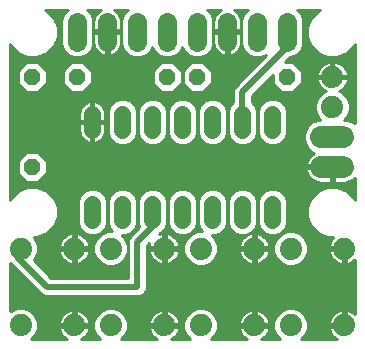
<source format=gbl>
G75*
G70*
%OFA0B0*%
%FSLAX24Y24*%
%IPPOS*%
%LPD*%
%AMOC8*
5,1,8,0,0,1.08239X$1,22.5*
%
%ADD10C,0.0560*%
%ADD11C,0.0640*%
%ADD12C,0.0740*%
%ADD13OC8,0.0560*%
%ADD14C,0.0740*%
%ADD15C,0.0100*%
%ADD16C,0.0200*%
D10*
X003776Y004371D02*
X003776Y004931D01*
X004776Y004931D02*
X004776Y004371D01*
X005776Y004371D02*
X005776Y004931D01*
X006776Y004931D02*
X006776Y004371D01*
X007776Y004371D02*
X007776Y004931D01*
X008776Y004931D02*
X008776Y004371D01*
X009776Y004371D02*
X009776Y004931D01*
X009776Y007371D02*
X009776Y007931D01*
X008776Y007931D02*
X008776Y007371D01*
X007776Y007371D02*
X007776Y007931D01*
X006776Y007931D02*
X006776Y007371D01*
X005776Y007371D02*
X005776Y007931D01*
X004776Y007931D02*
X004776Y007371D01*
X003776Y007371D02*
X003776Y007931D01*
D11*
X003276Y010331D02*
X003276Y010971D01*
X004276Y010971D02*
X004276Y010331D01*
X005276Y010331D02*
X005276Y010971D01*
X006276Y010971D02*
X006276Y010331D01*
X007276Y010331D02*
X007276Y010971D01*
X008276Y010971D02*
X008276Y010331D01*
X009276Y010331D02*
X009276Y010971D01*
X010276Y010971D02*
X010276Y010331D01*
D12*
X001386Y000871D03*
X003166Y000871D03*
X004386Y000871D03*
X006166Y000871D03*
X007386Y000871D03*
X009166Y000871D03*
X010386Y000871D03*
X012166Y000871D03*
X012166Y003431D03*
X010386Y003431D03*
X009166Y003431D03*
X007386Y003431D03*
X006166Y003431D03*
X004386Y003431D03*
X003166Y003431D03*
X001386Y003431D03*
X011776Y008151D03*
X011776Y009151D03*
D13*
X010276Y009151D03*
X007276Y009151D03*
X006276Y009151D03*
X003276Y009151D03*
X001776Y009151D03*
X001776Y006151D03*
D14*
X011406Y006151D02*
X012146Y006151D01*
X012146Y007151D02*
X011406Y007151D01*
D15*
X011177Y006618D02*
X011078Y006659D01*
X010914Y006823D01*
X010826Y007036D01*
X010826Y007267D01*
X010914Y007480D01*
X011078Y007643D01*
X011291Y007731D01*
X011376Y007731D01*
X011284Y007823D01*
X011196Y008036D01*
X011196Y008267D01*
X011284Y008480D01*
X011448Y008643D01*
X011547Y008684D01*
X011504Y008706D01*
X011437Y008755D01*
X011379Y008812D01*
X011331Y008879D01*
X011294Y008952D01*
X011269Y009029D01*
X011256Y009110D01*
X011256Y009121D01*
X011746Y009121D01*
X011746Y009181D01*
X011256Y009181D01*
X011256Y009192D01*
X011269Y009273D01*
X011294Y009351D01*
X011331Y009424D01*
X011379Y009490D01*
X011437Y009548D01*
X011504Y009596D01*
X011576Y009633D01*
X011654Y009658D01*
X011735Y009671D01*
X011746Y009671D01*
X011746Y009181D01*
X011806Y009181D01*
X012296Y009181D01*
X012296Y009192D01*
X012283Y009273D01*
X012258Y009351D01*
X012221Y009424D01*
X012173Y009490D01*
X012115Y009548D01*
X012049Y009596D01*
X011976Y009633D01*
X011898Y009658D01*
X011817Y009671D01*
X011806Y009671D01*
X011806Y009181D01*
X011806Y009121D01*
X012296Y009121D01*
X012296Y009110D01*
X012283Y009029D01*
X012258Y008952D01*
X012221Y008879D01*
X012173Y008812D01*
X012115Y008755D01*
X012049Y008706D01*
X012005Y008684D01*
X012105Y008643D01*
X012268Y008480D01*
X012356Y008267D01*
X012356Y008036D01*
X012268Y007823D01*
X012176Y007731D01*
X012261Y007731D01*
X012475Y007643D01*
X012516Y007601D01*
X012516Y010243D01*
X012488Y010175D01*
X012252Y009939D01*
X011943Y009811D01*
X011609Y009811D01*
X011300Y009939D01*
X011064Y010175D01*
X010936Y010484D01*
X010936Y010818D01*
X011064Y011127D01*
X011300Y011363D01*
X011368Y011391D01*
X010606Y011391D01*
X010725Y011271D01*
X010806Y011077D01*
X010806Y010226D01*
X010725Y010031D01*
X010576Y009882D01*
X010381Y009801D01*
X010364Y009801D01*
X010204Y009641D01*
X010479Y009641D01*
X010766Y009354D01*
X010766Y008948D01*
X010479Y008661D01*
X010073Y008661D01*
X009786Y008948D01*
X009786Y009223D01*
X009086Y008523D01*
X009086Y008314D01*
X009191Y008209D01*
X009266Y008029D01*
X009266Y007274D01*
X009191Y007094D01*
X009054Y006956D01*
X008874Y006881D01*
X008679Y006881D01*
X008498Y006956D01*
X008361Y007094D01*
X008286Y007274D01*
X008286Y008029D01*
X008361Y008209D01*
X008466Y008314D01*
X008466Y008589D01*
X008466Y008713D01*
X008513Y008827D01*
X009563Y009876D01*
X009381Y009801D01*
X009171Y009801D01*
X008976Y009882D01*
X008827Y010031D01*
X008746Y010226D01*
X008746Y011077D01*
X008827Y011271D01*
X008947Y011391D01*
X008487Y011391D01*
X008522Y011373D01*
X008582Y011330D01*
X008635Y011277D01*
X008678Y011217D01*
X008712Y011152D01*
X008734Y011081D01*
X008746Y011008D01*
X008746Y010701D01*
X008326Y010701D01*
X008326Y010601D01*
X008326Y009863D01*
X008386Y009873D01*
X008456Y009896D01*
X008522Y009929D01*
X008582Y009973D01*
X008635Y010025D01*
X008678Y010085D01*
X008712Y010151D01*
X008734Y010221D01*
X008746Y010294D01*
X008746Y010601D01*
X008326Y010601D01*
X008226Y010601D01*
X008226Y009863D01*
X008166Y009873D01*
X008096Y009896D01*
X008030Y009929D01*
X007970Y009973D01*
X007918Y010025D01*
X007874Y010085D01*
X007841Y010151D01*
X007818Y010221D01*
X007806Y010294D01*
X007806Y010601D01*
X008226Y010601D01*
X008226Y010701D01*
X007806Y010701D01*
X007806Y011008D01*
X007818Y011081D01*
X007841Y011152D01*
X007874Y011217D01*
X007918Y011277D01*
X007970Y011330D01*
X008030Y011373D01*
X008065Y011391D01*
X007606Y011391D01*
X007725Y011271D01*
X007806Y011077D01*
X007806Y010226D01*
X007725Y010031D01*
X007576Y009882D01*
X007381Y009801D01*
X007171Y009801D01*
X006976Y009882D01*
X006827Y010031D01*
X006776Y010153D01*
X006725Y010031D01*
X006576Y009882D01*
X006381Y009801D01*
X006171Y009801D01*
X005976Y009882D01*
X005827Y010031D01*
X005776Y010153D01*
X005725Y010031D01*
X005576Y009882D01*
X005381Y009801D01*
X005171Y009801D01*
X004976Y009882D01*
X004827Y010031D01*
X004746Y010226D01*
X004746Y011077D01*
X004827Y011271D01*
X004947Y011391D01*
X004487Y011391D01*
X004522Y011373D01*
X004582Y011330D01*
X004635Y011277D01*
X004678Y011217D01*
X004712Y011152D01*
X004734Y011081D01*
X004746Y011008D01*
X004746Y010701D01*
X004326Y010701D01*
X004326Y010601D01*
X004326Y009863D01*
X004386Y009873D01*
X004456Y009896D01*
X004522Y009929D01*
X004582Y009973D01*
X004635Y010025D01*
X004678Y010085D01*
X004712Y010151D01*
X004734Y010221D01*
X004746Y010294D01*
X004746Y010601D01*
X004326Y010601D01*
X004226Y010601D01*
X004226Y009863D01*
X004166Y009873D01*
X004096Y009896D01*
X004030Y009929D01*
X003970Y009973D01*
X003918Y010025D01*
X003874Y010085D01*
X003841Y010151D01*
X003818Y010221D01*
X003806Y010294D01*
X003806Y010601D01*
X004226Y010601D01*
X004226Y010701D01*
X003806Y010701D01*
X003806Y011008D01*
X003818Y011081D01*
X003841Y011152D01*
X003874Y011217D01*
X003918Y011277D01*
X003970Y011330D01*
X004030Y011373D01*
X004065Y011391D01*
X003606Y011391D01*
X003725Y011271D01*
X003806Y011077D01*
X003806Y010226D01*
X003725Y010031D01*
X003576Y009882D01*
X003381Y009801D01*
X003171Y009801D01*
X002976Y009882D01*
X002827Y010031D01*
X002746Y010226D01*
X002746Y011077D01*
X002827Y011271D01*
X002947Y011391D01*
X002184Y011391D01*
X002252Y011363D01*
X002488Y011127D01*
X002616Y010818D01*
X002616Y010484D01*
X002488Y010175D01*
X002252Y009939D01*
X001943Y009811D01*
X001609Y009811D01*
X001300Y009939D01*
X001064Y010175D01*
X001036Y010243D01*
X001036Y005059D01*
X001064Y005127D01*
X001300Y005363D01*
X001609Y005491D01*
X001943Y005491D01*
X002252Y005363D01*
X002488Y005127D01*
X002616Y004818D01*
X002616Y004484D01*
X002488Y004175D01*
X002252Y003939D01*
X001943Y003811D01*
X001826Y003811D01*
X001878Y003760D01*
X001966Y003547D01*
X001966Y003316D01*
X001878Y003103D01*
X001820Y003045D01*
X002404Y002461D01*
X004966Y002461D01*
X004966Y003713D01*
X005013Y003827D01*
X005100Y003914D01*
X005100Y003914D01*
X005337Y004151D01*
X005286Y004274D01*
X005286Y005029D01*
X005361Y005209D01*
X005498Y005347D01*
X005679Y005421D01*
X005874Y005421D01*
X006054Y005347D01*
X006191Y005209D01*
X006266Y005029D01*
X006266Y004274D01*
X006191Y004094D01*
X006054Y003956D01*
X005995Y003931D01*
X005981Y003918D01*
X006044Y003938D01*
X006116Y003950D01*
X006116Y003481D01*
X006116Y003381D01*
X006216Y003381D01*
X006216Y002913D01*
X006288Y002924D01*
X006366Y002949D01*
X006439Y002986D01*
X006505Y003035D01*
X006563Y003092D01*
X006611Y003159D01*
X006648Y003232D01*
X006673Y003309D01*
X006685Y003381D01*
X006216Y003381D01*
X006216Y003481D01*
X006685Y003481D01*
X006673Y003553D01*
X006648Y003631D01*
X006611Y003704D01*
X006563Y003770D01*
X006505Y003828D01*
X006439Y003876D01*
X006366Y003913D01*
X006288Y003938D01*
X006216Y003950D01*
X006216Y003481D01*
X006116Y003481D01*
X005647Y003481D01*
X005659Y003553D01*
X005679Y003616D01*
X005586Y003523D01*
X005586Y002213D01*
X005586Y002089D01*
X005539Y001976D01*
X005452Y001888D01*
X005338Y001841D01*
X002338Y001841D01*
X002214Y001841D01*
X002100Y001888D01*
X001059Y002930D01*
X001036Y002952D01*
X001036Y001341D01*
X001058Y001363D01*
X001271Y001451D01*
X001501Y001451D01*
X001715Y001363D01*
X001878Y001200D01*
X001966Y000987D01*
X001966Y000756D01*
X001878Y000543D01*
X001746Y000411D01*
X002924Y000411D01*
X002894Y000426D01*
X002827Y000475D01*
X002769Y000532D01*
X002721Y000599D01*
X002684Y000672D01*
X002659Y000749D01*
X002647Y000821D01*
X003116Y000821D01*
X003116Y000921D01*
X002647Y000921D01*
X002659Y000993D01*
X002684Y001071D01*
X002721Y001144D01*
X002769Y001210D01*
X002827Y001268D01*
X002894Y001316D01*
X002966Y001353D01*
X003044Y001378D01*
X003116Y001390D01*
X003116Y000921D01*
X003216Y000921D01*
X003685Y000921D01*
X003673Y000993D01*
X003648Y001071D01*
X003611Y001144D01*
X003563Y001210D01*
X003505Y001268D01*
X003439Y001316D01*
X003366Y001353D01*
X003288Y001378D01*
X003216Y001390D01*
X003216Y000921D01*
X003216Y000821D01*
X003685Y000821D01*
X003673Y000749D01*
X003648Y000672D01*
X003611Y000599D01*
X003563Y000532D01*
X003505Y000475D01*
X003439Y000426D01*
X003409Y000411D01*
X004026Y000411D01*
X003894Y000543D01*
X003806Y000756D01*
X003806Y000987D01*
X003894Y001200D01*
X004058Y001363D01*
X004271Y001451D01*
X004501Y001451D01*
X004715Y001363D01*
X004878Y001200D01*
X004966Y000987D01*
X004966Y000756D01*
X004878Y000543D01*
X004746Y000411D01*
X005924Y000411D01*
X005894Y000426D01*
X005827Y000475D01*
X005769Y000532D01*
X005721Y000599D01*
X005684Y000672D01*
X005659Y000749D01*
X005647Y000821D01*
X006116Y000821D01*
X006116Y000921D01*
X005647Y000921D01*
X005659Y000993D01*
X005684Y001071D01*
X005721Y001144D01*
X005769Y001210D01*
X005827Y001268D01*
X005894Y001316D01*
X005966Y001353D01*
X006044Y001378D01*
X006116Y001390D01*
X006116Y000921D01*
X006216Y000921D01*
X006685Y000921D01*
X006673Y000993D01*
X006648Y001071D01*
X006611Y001144D01*
X006563Y001210D01*
X006505Y001268D01*
X006439Y001316D01*
X006366Y001353D01*
X006288Y001378D01*
X006216Y001390D01*
X006216Y000921D01*
X006216Y000821D01*
X006685Y000821D01*
X006673Y000749D01*
X006648Y000672D01*
X006611Y000599D01*
X006563Y000532D01*
X006505Y000475D01*
X006439Y000426D01*
X006409Y000411D01*
X007026Y000411D01*
X006894Y000543D01*
X006806Y000756D01*
X006806Y000987D01*
X006894Y001200D01*
X007058Y001363D01*
X007271Y001451D01*
X007501Y001451D01*
X007715Y001363D01*
X007878Y001200D01*
X007966Y000987D01*
X007966Y000756D01*
X007878Y000543D01*
X007746Y000411D01*
X008924Y000411D01*
X008894Y000426D01*
X008827Y000475D01*
X008769Y000532D01*
X008721Y000599D01*
X008684Y000672D01*
X008659Y000749D01*
X008647Y000821D01*
X009116Y000821D01*
X009116Y000921D01*
X008647Y000921D01*
X008659Y000993D01*
X008684Y001071D01*
X008721Y001144D01*
X008769Y001210D01*
X008827Y001268D01*
X008894Y001316D01*
X008966Y001353D01*
X009044Y001378D01*
X009116Y001390D01*
X009116Y000921D01*
X009216Y000921D01*
X009685Y000921D01*
X009673Y000993D01*
X009648Y001071D01*
X009611Y001144D01*
X009563Y001210D01*
X009505Y001268D01*
X009439Y001316D01*
X009366Y001353D01*
X009288Y001378D01*
X009216Y001390D01*
X009216Y000921D01*
X009216Y000821D01*
X009685Y000821D01*
X009673Y000749D01*
X009648Y000672D01*
X009611Y000599D01*
X009563Y000532D01*
X009505Y000475D01*
X009439Y000426D01*
X009409Y000411D01*
X010026Y000411D01*
X009894Y000543D01*
X009806Y000756D01*
X009806Y000987D01*
X009894Y001200D01*
X010058Y001363D01*
X010271Y001451D01*
X010501Y001451D01*
X010715Y001363D01*
X010878Y001200D01*
X010966Y000987D01*
X010966Y000756D01*
X010878Y000543D01*
X010746Y000411D01*
X011924Y000411D01*
X011894Y000426D01*
X011827Y000475D01*
X011769Y000532D01*
X011721Y000599D01*
X011684Y000672D01*
X011659Y000749D01*
X011647Y000821D01*
X012116Y000821D01*
X012116Y000921D01*
X011647Y000921D01*
X011659Y000993D01*
X011684Y001071D01*
X011721Y001144D01*
X011769Y001210D01*
X011827Y001268D01*
X011894Y001316D01*
X011966Y001353D01*
X012044Y001378D01*
X012116Y001390D01*
X012116Y000921D01*
X012216Y000921D01*
X012216Y001390D01*
X012288Y001378D01*
X012366Y001353D01*
X012439Y001316D01*
X012505Y001268D01*
X012516Y001256D01*
X012516Y003046D01*
X012505Y003035D01*
X012439Y002986D01*
X012366Y002949D01*
X012288Y002924D01*
X012216Y002913D01*
X012216Y003381D01*
X012116Y003381D01*
X012116Y002913D01*
X012044Y002924D01*
X011966Y002949D01*
X011894Y002986D01*
X011827Y003035D01*
X011769Y003092D01*
X011721Y003159D01*
X011684Y003232D01*
X011659Y003309D01*
X011647Y003381D01*
X012116Y003381D01*
X012116Y003481D01*
X011647Y003481D01*
X011659Y003553D01*
X011684Y003631D01*
X011721Y003704D01*
X011769Y003770D01*
X011811Y003811D01*
X011609Y003811D01*
X011300Y003939D01*
X011064Y004175D01*
X010936Y004484D01*
X010936Y004818D01*
X011064Y005127D01*
X011300Y005363D01*
X011609Y005491D01*
X011943Y005491D01*
X012252Y005363D01*
X012488Y005127D01*
X012516Y005059D01*
X012516Y005786D01*
X012485Y005755D01*
X012419Y005706D01*
X012346Y005669D01*
X012268Y005644D01*
X012187Y005631D01*
X011826Y005631D01*
X011826Y006101D01*
X011726Y006101D01*
X011726Y005631D01*
X011365Y005631D01*
X011284Y005644D01*
X011206Y005669D01*
X011134Y005706D01*
X011067Y005755D01*
X011009Y005812D01*
X010961Y005879D01*
X010924Y005952D01*
X010899Y006029D01*
X010887Y006101D01*
X011726Y006101D01*
X011726Y006201D01*
X010887Y006201D01*
X010899Y006273D01*
X010924Y006351D01*
X010961Y006424D01*
X011009Y006490D01*
X011067Y006548D01*
X011134Y006596D01*
X011177Y006618D01*
X011088Y006655D02*
X001036Y006655D01*
X001036Y006556D02*
X001488Y006556D01*
X001573Y006641D02*
X001286Y006354D01*
X001286Y005948D01*
X001573Y005661D01*
X001979Y005661D01*
X002266Y005948D01*
X002266Y006354D01*
X001979Y006641D01*
X001573Y006641D01*
X001390Y006458D02*
X001036Y006458D01*
X001036Y006359D02*
X001291Y006359D01*
X001286Y006261D02*
X001036Y006261D01*
X001036Y006162D02*
X001286Y006162D01*
X001286Y006064D02*
X001036Y006064D01*
X001036Y005965D02*
X001286Y005965D01*
X001368Y005867D02*
X001036Y005867D01*
X001036Y005768D02*
X001466Y005768D01*
X001565Y005670D02*
X001036Y005670D01*
X001036Y005571D02*
X012516Y005571D01*
X012516Y005473D02*
X011988Y005473D01*
X011826Y005670D02*
X011726Y005670D01*
X011726Y005768D02*
X011826Y005768D01*
X011826Y005867D02*
X011726Y005867D01*
X011726Y005965D02*
X011826Y005965D01*
X011826Y006064D02*
X011726Y006064D01*
X011726Y006162D02*
X002266Y006162D01*
X002266Y006064D02*
X010893Y006064D01*
X010920Y005965D02*
X002266Y005965D01*
X002184Y005867D02*
X010970Y005867D01*
X011054Y005768D02*
X002086Y005768D01*
X001987Y005670D02*
X011206Y005670D01*
X011326Y005374D02*
X009987Y005374D01*
X010054Y005347D02*
X009874Y005421D01*
X009679Y005421D01*
X009498Y005347D01*
X009361Y005209D01*
X009286Y005029D01*
X009286Y004274D01*
X009361Y004094D01*
X009498Y003956D01*
X009679Y003881D01*
X009874Y003881D01*
X010054Y003956D01*
X010191Y004094D01*
X010266Y004274D01*
X010266Y005029D01*
X010191Y005209D01*
X010054Y005347D01*
X010125Y005275D02*
X011213Y005275D01*
X011114Y005177D02*
X010205Y005177D01*
X010245Y005078D02*
X011044Y005078D01*
X011003Y004980D02*
X010266Y004980D01*
X010266Y004881D02*
X010962Y004881D01*
X010936Y004783D02*
X010266Y004783D01*
X010266Y004684D02*
X010936Y004684D01*
X010936Y004586D02*
X010266Y004586D01*
X010266Y004487D02*
X010936Y004487D01*
X010976Y004389D02*
X010266Y004389D01*
X010266Y004290D02*
X011017Y004290D01*
X011057Y004191D02*
X010232Y004191D01*
X010191Y004093D02*
X011146Y004093D01*
X011245Y003994D02*
X010542Y003994D01*
X010501Y004011D02*
X010271Y004011D01*
X010058Y003923D01*
X009894Y003760D01*
X009806Y003547D01*
X009806Y003316D01*
X009894Y003103D01*
X010058Y002939D01*
X010271Y002851D01*
X010501Y002851D01*
X010715Y002939D01*
X010878Y003103D01*
X010966Y003316D01*
X010966Y003547D01*
X010878Y003760D01*
X010715Y003923D01*
X010501Y004011D01*
X010742Y003896D02*
X011405Y003896D01*
X011719Y003699D02*
X010903Y003699D01*
X010944Y003600D02*
X011674Y003600D01*
X011651Y003502D02*
X010966Y003502D01*
X010966Y003403D02*
X012116Y003403D01*
X012116Y003305D02*
X012216Y003305D01*
X012216Y003206D02*
X012116Y003206D01*
X012116Y003107D02*
X012216Y003107D01*
X012216Y003009D02*
X012116Y003009D01*
X011862Y003009D02*
X010784Y003009D01*
X010880Y003107D02*
X011758Y003107D01*
X011697Y003206D02*
X010921Y003206D01*
X010961Y003305D02*
X011660Y003305D01*
X011797Y003797D02*
X010840Y003797D01*
X010230Y003994D02*
X010092Y003994D01*
X010031Y003896D02*
X009909Y003896D01*
X009932Y003797D02*
X009535Y003797D01*
X009563Y003770D02*
X009505Y003828D01*
X009439Y003876D01*
X009366Y003913D01*
X009288Y003938D01*
X009216Y003950D01*
X009216Y003481D01*
X009685Y003481D01*
X009673Y003553D01*
X009648Y003631D01*
X009611Y003704D01*
X009563Y003770D01*
X009613Y003699D02*
X009869Y003699D01*
X009828Y003600D02*
X009658Y003600D01*
X009681Y003502D02*
X009806Y003502D01*
X009806Y003403D02*
X009216Y003403D01*
X009216Y003381D02*
X009216Y003481D01*
X009116Y003481D01*
X009116Y003381D01*
X009216Y003381D01*
X009216Y002913D01*
X009288Y002924D01*
X009366Y002949D01*
X009439Y002986D01*
X009505Y003035D01*
X009563Y003092D01*
X009611Y003159D01*
X009648Y003232D01*
X009673Y003309D01*
X009685Y003381D01*
X009216Y003381D01*
X009216Y003305D02*
X009116Y003305D01*
X009116Y003381D02*
X009116Y002913D01*
X009044Y002924D01*
X008966Y002949D01*
X008894Y002986D01*
X008827Y003035D01*
X008769Y003092D01*
X008721Y003159D01*
X008684Y003232D01*
X008659Y003309D01*
X008647Y003381D01*
X009116Y003381D01*
X009116Y003403D02*
X007966Y003403D01*
X007966Y003316D02*
X007966Y003547D01*
X007878Y003760D01*
X007756Y003881D01*
X007874Y003881D01*
X008054Y003956D01*
X008191Y004094D01*
X008266Y004274D01*
X008266Y005029D01*
X008191Y005209D01*
X008054Y005347D01*
X007874Y005421D01*
X007679Y005421D01*
X007498Y005347D01*
X007361Y005209D01*
X007286Y005029D01*
X007286Y004274D01*
X007361Y004094D01*
X007443Y004011D01*
X007271Y004011D01*
X007058Y003923D01*
X006894Y003760D01*
X006806Y003547D01*
X006806Y003316D01*
X006894Y003103D01*
X007058Y002939D01*
X007271Y002851D01*
X007501Y002851D01*
X007715Y002939D01*
X007878Y003103D01*
X007966Y003316D01*
X007961Y003305D02*
X008660Y003305D01*
X008697Y003206D02*
X007921Y003206D01*
X007880Y003107D02*
X008758Y003107D01*
X008862Y003009D02*
X007784Y003009D01*
X007644Y002910D02*
X010128Y002910D01*
X009988Y003009D02*
X009470Y003009D01*
X009574Y003107D02*
X009892Y003107D01*
X009852Y003206D02*
X009635Y003206D01*
X009672Y003305D02*
X009811Y003305D01*
X009216Y003206D02*
X009116Y003206D01*
X009116Y003107D02*
X009216Y003107D01*
X009216Y003009D02*
X009116Y003009D01*
X009116Y003481D02*
X008647Y003481D01*
X008659Y003553D01*
X008684Y003631D01*
X008721Y003704D01*
X008769Y003770D01*
X008827Y003828D01*
X008894Y003876D01*
X008966Y003913D01*
X009044Y003938D01*
X009116Y003950D01*
X009116Y003481D01*
X009116Y003502D02*
X009216Y003502D01*
X009216Y003600D02*
X009116Y003600D01*
X009116Y003699D02*
X009216Y003699D01*
X009216Y003797D02*
X009116Y003797D01*
X009116Y003896D02*
X009216Y003896D01*
X009092Y003994D02*
X009460Y003994D01*
X009399Y003896D02*
X009643Y003896D01*
X009361Y004093D02*
X009191Y004093D01*
X009191Y004094D02*
X009266Y004274D01*
X009266Y005029D01*
X009191Y005209D01*
X009054Y005347D01*
X008874Y005421D01*
X008679Y005421D01*
X008498Y005347D01*
X008361Y005209D01*
X008286Y005029D01*
X008286Y004274D01*
X008361Y004094D01*
X008498Y003956D01*
X008679Y003881D01*
X008874Y003881D01*
X009054Y003956D01*
X009191Y004094D01*
X009232Y004191D02*
X009320Y004191D01*
X009286Y004290D02*
X009266Y004290D01*
X009266Y004389D02*
X009286Y004389D01*
X009286Y004487D02*
X009266Y004487D01*
X009266Y004586D02*
X009286Y004586D01*
X009286Y004684D02*
X009266Y004684D01*
X009266Y004783D02*
X009286Y004783D01*
X009286Y004881D02*
X009266Y004881D01*
X009266Y004980D02*
X009286Y004980D01*
X009307Y005078D02*
X009245Y005078D01*
X009205Y005177D02*
X009347Y005177D01*
X009427Y005275D02*
X009125Y005275D01*
X008987Y005374D02*
X009565Y005374D01*
X008565Y005374D02*
X007987Y005374D01*
X008125Y005275D02*
X008427Y005275D01*
X008347Y005177D02*
X008205Y005177D01*
X008245Y005078D02*
X008307Y005078D01*
X008286Y004980D02*
X008266Y004980D01*
X008266Y004881D02*
X008286Y004881D01*
X008286Y004783D02*
X008266Y004783D01*
X008266Y004684D02*
X008286Y004684D01*
X008286Y004586D02*
X008266Y004586D01*
X008266Y004487D02*
X008286Y004487D01*
X008286Y004389D02*
X008266Y004389D01*
X008266Y004290D02*
X008286Y004290D01*
X008320Y004191D02*
X008232Y004191D01*
X008191Y004093D02*
X008361Y004093D01*
X008460Y003994D02*
X008092Y003994D01*
X007909Y003896D02*
X008643Y003896D01*
X008797Y003797D02*
X007840Y003797D01*
X007903Y003699D02*
X008719Y003699D01*
X008674Y003600D02*
X007944Y003600D01*
X007966Y003502D02*
X008651Y003502D01*
X008909Y003896D02*
X008933Y003896D01*
X007565Y005374D02*
X006987Y005374D01*
X007054Y005347D02*
X006874Y005421D01*
X006679Y005421D01*
X006498Y005347D01*
X006361Y005209D01*
X006286Y005029D01*
X006286Y004274D01*
X006361Y004094D01*
X006498Y003956D01*
X006679Y003881D01*
X006874Y003881D01*
X007054Y003956D01*
X007191Y004094D01*
X007266Y004274D01*
X007266Y005029D01*
X007191Y005209D01*
X007054Y005347D01*
X007125Y005275D02*
X007427Y005275D01*
X007347Y005177D02*
X007205Y005177D01*
X007245Y005078D02*
X007307Y005078D01*
X007286Y004980D02*
X007266Y004980D01*
X007266Y004881D02*
X007286Y004881D01*
X007286Y004783D02*
X007266Y004783D01*
X007266Y004684D02*
X007286Y004684D01*
X007286Y004586D02*
X007266Y004586D01*
X007266Y004487D02*
X007286Y004487D01*
X007286Y004389D02*
X007266Y004389D01*
X007266Y004290D02*
X007286Y004290D01*
X007320Y004191D02*
X007232Y004191D01*
X007191Y004093D02*
X007361Y004093D01*
X007230Y003994D02*
X007092Y003994D01*
X007031Y003896D02*
X006909Y003896D01*
X006932Y003797D02*
X006535Y003797D01*
X006613Y003699D02*
X006869Y003699D01*
X006828Y003600D02*
X006658Y003600D01*
X006681Y003502D02*
X006806Y003502D01*
X006806Y003403D02*
X006216Y003403D01*
X006216Y003305D02*
X006116Y003305D01*
X006116Y003381D02*
X006116Y002913D01*
X006044Y002924D01*
X005966Y002949D01*
X005894Y002986D01*
X005827Y003035D01*
X005769Y003092D01*
X005721Y003159D01*
X005684Y003232D01*
X005659Y003309D01*
X005647Y003381D01*
X006116Y003381D01*
X006116Y003403D02*
X005586Y003403D01*
X005586Y003305D02*
X005660Y003305D01*
X005697Y003206D02*
X005586Y003206D01*
X005586Y003107D02*
X005758Y003107D01*
X005862Y003009D02*
X005586Y003009D01*
X005586Y002910D02*
X007128Y002910D01*
X006988Y003009D02*
X006470Y003009D01*
X006574Y003107D02*
X006892Y003107D01*
X006852Y003206D02*
X006635Y003206D01*
X006672Y003305D02*
X006811Y003305D01*
X006216Y003206D02*
X006116Y003206D01*
X006116Y003107D02*
X006216Y003107D01*
X006216Y003009D02*
X006116Y003009D01*
X005586Y002812D02*
X012516Y002812D01*
X012516Y002910D02*
X010644Y002910D01*
X010547Y001432D02*
X012516Y001432D01*
X012516Y001334D02*
X012404Y001334D01*
X012216Y001334D02*
X012116Y001334D01*
X012116Y001235D02*
X012216Y001235D01*
X012216Y001137D02*
X012116Y001137D01*
X012116Y001038D02*
X012216Y001038D01*
X012216Y000940D02*
X012116Y000940D01*
X012116Y000841D02*
X010966Y000841D01*
X010966Y000940D02*
X011650Y000940D01*
X011674Y001038D02*
X010945Y001038D01*
X010904Y001137D02*
X011718Y001137D01*
X011795Y001235D02*
X010842Y001235D01*
X010744Y001334D02*
X011928Y001334D01*
X012516Y001531D02*
X001036Y001531D01*
X001036Y001629D02*
X012516Y001629D01*
X012516Y001728D02*
X001036Y001728D01*
X001036Y001826D02*
X012516Y001826D01*
X012516Y001925D02*
X005488Y001925D01*
X005559Y002024D02*
X012516Y002024D01*
X012516Y002122D02*
X005586Y002122D01*
X005586Y002221D02*
X012516Y002221D01*
X012516Y002319D02*
X005586Y002319D01*
X005586Y002418D02*
X012516Y002418D01*
X012516Y002516D02*
X005586Y002516D01*
X005586Y002615D02*
X012516Y002615D01*
X012516Y002713D02*
X005586Y002713D01*
X004966Y002713D02*
X002152Y002713D01*
X002251Y002615D02*
X004966Y002615D01*
X004966Y002516D02*
X002349Y002516D01*
X002054Y002812D02*
X004966Y002812D01*
X004966Y002910D02*
X004644Y002910D01*
X004715Y002939D02*
X004501Y002851D01*
X004271Y002851D01*
X004058Y002939D01*
X003894Y003103D01*
X003806Y003316D01*
X003806Y003547D01*
X003894Y003760D01*
X004058Y003923D01*
X004271Y004011D01*
X004443Y004011D01*
X004361Y004094D01*
X004286Y004274D01*
X004286Y005029D01*
X004361Y005209D01*
X004498Y005347D01*
X004679Y005421D01*
X004874Y005421D01*
X005054Y005347D01*
X005191Y005209D01*
X005266Y005029D01*
X005266Y004274D01*
X005191Y004094D01*
X005054Y003956D01*
X004874Y003881D01*
X004756Y003881D01*
X004878Y003760D01*
X004966Y003547D01*
X004966Y003316D01*
X004878Y003103D01*
X004715Y002939D01*
X004784Y003009D02*
X004966Y003009D01*
X004966Y003107D02*
X004880Y003107D01*
X004921Y003206D02*
X004966Y003206D01*
X004961Y003305D02*
X004966Y003305D01*
X004966Y003403D02*
X004966Y003403D01*
X004966Y003502D02*
X004966Y003502D01*
X004966Y003600D02*
X004944Y003600D01*
X004966Y003699D02*
X004903Y003699D01*
X004840Y003797D02*
X005001Y003797D01*
X005082Y003896D02*
X004909Y003896D01*
X005092Y003994D02*
X005181Y003994D01*
X005191Y004093D02*
X005279Y004093D01*
X005320Y004191D02*
X005232Y004191D01*
X005266Y004290D02*
X005286Y004290D01*
X005286Y004389D02*
X005266Y004389D01*
X005266Y004487D02*
X005286Y004487D01*
X005286Y004586D02*
X005266Y004586D01*
X005266Y004684D02*
X005286Y004684D01*
X005286Y004783D02*
X005266Y004783D01*
X005266Y004881D02*
X005286Y004881D01*
X005286Y004980D02*
X005266Y004980D01*
X005245Y005078D02*
X005307Y005078D01*
X005347Y005177D02*
X005205Y005177D01*
X005125Y005275D02*
X005427Y005275D01*
X005565Y005374D02*
X004987Y005374D01*
X004565Y005374D02*
X003987Y005374D01*
X004054Y005347D02*
X003874Y005421D01*
X003679Y005421D01*
X003498Y005347D01*
X003361Y005209D01*
X003286Y005029D01*
X003286Y004274D01*
X003361Y004094D01*
X003498Y003956D01*
X003679Y003881D01*
X003874Y003881D01*
X004054Y003956D01*
X004191Y004094D01*
X004266Y004274D01*
X004266Y005029D01*
X004191Y005209D01*
X004054Y005347D01*
X004125Y005275D02*
X004427Y005275D01*
X004347Y005177D02*
X004205Y005177D01*
X004245Y005078D02*
X004307Y005078D01*
X004286Y004980D02*
X004266Y004980D01*
X004266Y004881D02*
X004286Y004881D01*
X004286Y004783D02*
X004266Y004783D01*
X004266Y004684D02*
X004286Y004684D01*
X004286Y004586D02*
X004266Y004586D01*
X004266Y004487D02*
X004286Y004487D01*
X004286Y004389D02*
X004266Y004389D01*
X004266Y004290D02*
X004286Y004290D01*
X004320Y004191D02*
X004232Y004191D01*
X004191Y004093D02*
X004361Y004093D01*
X004230Y003994D02*
X004092Y003994D01*
X004031Y003896D02*
X003909Y003896D01*
X003932Y003797D02*
X003535Y003797D01*
X003563Y003770D02*
X003505Y003828D01*
X003439Y003876D01*
X003366Y003913D01*
X003288Y003938D01*
X003216Y003950D01*
X003216Y003481D01*
X003685Y003481D01*
X003673Y003553D01*
X003648Y003631D01*
X003611Y003704D01*
X003563Y003770D01*
X003613Y003699D02*
X003869Y003699D01*
X003828Y003600D02*
X003658Y003600D01*
X003681Y003502D02*
X003806Y003502D01*
X003806Y003403D02*
X003216Y003403D01*
X003216Y003381D02*
X003216Y003481D01*
X003116Y003481D01*
X003116Y003381D01*
X003216Y003381D01*
X003216Y002913D01*
X003288Y002924D01*
X003366Y002949D01*
X003439Y002986D01*
X003505Y003035D01*
X003563Y003092D01*
X003611Y003159D01*
X003648Y003232D01*
X003673Y003309D01*
X003685Y003381D01*
X003216Y003381D01*
X003216Y003305D02*
X003116Y003305D01*
X003116Y003381D02*
X003116Y002913D01*
X003044Y002924D01*
X002966Y002949D01*
X002894Y002986D01*
X002827Y003035D01*
X002769Y003092D01*
X002721Y003159D01*
X002684Y003232D01*
X002659Y003309D01*
X002647Y003381D01*
X003116Y003381D01*
X003116Y003403D02*
X001966Y003403D01*
X001961Y003305D02*
X002660Y003305D01*
X002697Y003206D02*
X001921Y003206D01*
X001880Y003107D02*
X002758Y003107D01*
X002862Y003009D02*
X001857Y003009D01*
X001955Y002910D02*
X004128Y002910D01*
X003988Y003009D02*
X003470Y003009D01*
X003574Y003107D02*
X003892Y003107D01*
X003852Y003206D02*
X003635Y003206D01*
X003672Y003305D02*
X003811Y003305D01*
X003216Y003206D02*
X003116Y003206D01*
X003116Y003107D02*
X003216Y003107D01*
X003216Y003009D02*
X003116Y003009D01*
X003116Y003481D02*
X002647Y003481D01*
X002659Y003553D01*
X002684Y003631D01*
X002721Y003704D01*
X002769Y003770D01*
X002827Y003828D01*
X002894Y003876D01*
X002966Y003913D01*
X003044Y003938D01*
X003116Y003950D01*
X003116Y003481D01*
X003116Y003502D02*
X003216Y003502D01*
X003216Y003600D02*
X003116Y003600D01*
X003116Y003699D02*
X003216Y003699D01*
X003216Y003797D02*
X003116Y003797D01*
X003116Y003896D02*
X003216Y003896D01*
X003361Y004093D02*
X002406Y004093D01*
X002495Y004191D02*
X003320Y004191D01*
X003286Y004290D02*
X002536Y004290D01*
X002576Y004389D02*
X003286Y004389D01*
X003286Y004487D02*
X002616Y004487D01*
X002616Y004586D02*
X003286Y004586D01*
X003286Y004684D02*
X002616Y004684D01*
X002616Y004783D02*
X003286Y004783D01*
X003286Y004881D02*
X002590Y004881D01*
X002549Y004980D02*
X003286Y004980D01*
X003307Y005078D02*
X002508Y005078D01*
X002438Y005177D02*
X003347Y005177D01*
X003427Y005275D02*
X002340Y005275D01*
X002226Y005374D02*
X003565Y005374D01*
X002266Y006261D02*
X010897Y006261D01*
X010929Y006359D02*
X002261Y006359D01*
X002162Y006458D02*
X010986Y006458D01*
X011079Y006556D02*
X002064Y006556D01*
X001036Y006754D02*
X010983Y006754D01*
X010902Y006852D02*
X001036Y006852D01*
X001036Y006951D02*
X003682Y006951D01*
X003675Y006952D02*
X003742Y006941D01*
X003746Y006941D01*
X003746Y007621D01*
X003806Y007621D01*
X003806Y006941D01*
X003810Y006941D01*
X003877Y006952D01*
X003941Y006973D01*
X004001Y007003D01*
X004056Y007043D01*
X004104Y007091D01*
X004144Y007146D01*
X004175Y007206D01*
X004195Y007270D01*
X004206Y007337D01*
X004206Y007621D01*
X003806Y007621D01*
X003806Y007681D01*
X004206Y007681D01*
X004206Y007965D01*
X004195Y008032D01*
X004175Y008096D01*
X004144Y008157D01*
X004104Y008211D01*
X004056Y008259D01*
X004001Y008299D01*
X003941Y008330D01*
X003877Y008351D01*
X003810Y008361D01*
X003806Y008361D01*
X003806Y007681D01*
X003746Y007681D01*
X003746Y007621D01*
X003346Y007621D01*
X003346Y007337D01*
X003357Y007270D01*
X003378Y007206D01*
X003408Y007146D01*
X003448Y007091D01*
X003496Y007043D01*
X003551Y007003D01*
X003611Y006973D01*
X003675Y006952D01*
X003746Y006951D02*
X003806Y006951D01*
X003870Y006951D02*
X004511Y006951D01*
X004498Y006956D02*
X004679Y006881D01*
X004874Y006881D01*
X005054Y006956D01*
X005191Y007094D01*
X005266Y007274D01*
X005266Y008029D01*
X005191Y008209D01*
X005054Y008347D01*
X004874Y008421D01*
X004679Y008421D01*
X004498Y008347D01*
X004361Y008209D01*
X004286Y008029D01*
X004286Y007274D01*
X004361Y007094D01*
X004498Y006956D01*
X004405Y007049D02*
X004062Y007049D01*
X004145Y007148D02*
X004338Y007148D01*
X004297Y007246D02*
X004188Y007246D01*
X004206Y007345D02*
X004286Y007345D01*
X004286Y007443D02*
X004206Y007443D01*
X004206Y007542D02*
X004286Y007542D01*
X004286Y007640D02*
X003806Y007640D01*
X003746Y007640D02*
X001036Y007640D01*
X001036Y007542D02*
X003346Y007542D01*
X003346Y007443D02*
X001036Y007443D01*
X001036Y007345D02*
X003346Y007345D01*
X003364Y007246D02*
X001036Y007246D01*
X001036Y007148D02*
X003407Y007148D01*
X003490Y007049D02*
X001036Y007049D01*
X001036Y007739D02*
X003346Y007739D01*
X003346Y007681D02*
X003746Y007681D01*
X003746Y008361D01*
X003742Y008361D01*
X003675Y008351D01*
X003611Y008330D01*
X003551Y008299D01*
X003496Y008259D01*
X003448Y008211D01*
X003408Y008157D01*
X003378Y008096D01*
X003357Y008032D01*
X003346Y007965D01*
X003346Y007681D01*
X003346Y007838D02*
X001036Y007838D01*
X001036Y007936D02*
X003346Y007936D01*
X003358Y008035D02*
X001036Y008035D01*
X001036Y008133D02*
X003396Y008133D01*
X003469Y008232D02*
X001036Y008232D01*
X001036Y008330D02*
X003613Y008330D01*
X003746Y008330D02*
X003806Y008330D01*
X003806Y008232D02*
X003746Y008232D01*
X003746Y008133D02*
X003806Y008133D01*
X003806Y008035D02*
X003746Y008035D01*
X003746Y007936D02*
X003806Y007936D01*
X003806Y007838D02*
X003746Y007838D01*
X003746Y007739D02*
X003806Y007739D01*
X003806Y007542D02*
X003746Y007542D01*
X003746Y007443D02*
X003806Y007443D01*
X003806Y007345D02*
X003746Y007345D01*
X003746Y007246D02*
X003806Y007246D01*
X003806Y007148D02*
X003746Y007148D01*
X003746Y007049D02*
X003806Y007049D01*
X004206Y007739D02*
X004286Y007739D01*
X004286Y007838D02*
X004206Y007838D01*
X004206Y007936D02*
X004286Y007936D01*
X004289Y008035D02*
X004195Y008035D01*
X004156Y008133D02*
X004329Y008133D01*
X004384Y008232D02*
X004084Y008232D01*
X003939Y008330D02*
X004482Y008330D01*
X005070Y008330D02*
X005482Y008330D01*
X005498Y008347D02*
X005361Y008209D01*
X005286Y008029D01*
X005286Y007274D01*
X005361Y007094D01*
X005498Y006956D01*
X005679Y006881D01*
X005874Y006881D01*
X006054Y006956D01*
X006191Y007094D01*
X006266Y007274D01*
X006266Y008029D01*
X006191Y008209D01*
X006054Y008347D01*
X005874Y008421D01*
X005679Y008421D01*
X005498Y008347D01*
X005384Y008232D02*
X005168Y008232D01*
X005223Y008133D02*
X005329Y008133D01*
X005289Y008035D02*
X005264Y008035D01*
X005266Y007936D02*
X005286Y007936D01*
X005286Y007838D02*
X005266Y007838D01*
X005266Y007739D02*
X005286Y007739D01*
X005286Y007640D02*
X005266Y007640D01*
X005266Y007542D02*
X005286Y007542D01*
X005286Y007443D02*
X005266Y007443D01*
X005266Y007345D02*
X005286Y007345D01*
X005297Y007246D02*
X005255Y007246D01*
X005214Y007148D02*
X005338Y007148D01*
X005405Y007049D02*
X005147Y007049D01*
X005041Y006951D02*
X005511Y006951D01*
X006041Y006951D02*
X006511Y006951D01*
X006498Y006956D02*
X006679Y006881D01*
X006874Y006881D01*
X007054Y006956D01*
X007191Y007094D01*
X007266Y007274D01*
X007266Y008029D01*
X007191Y008209D01*
X007054Y008347D01*
X006874Y008421D01*
X006679Y008421D01*
X006498Y008347D01*
X006361Y008209D01*
X006286Y008029D01*
X006286Y007274D01*
X006361Y007094D01*
X006498Y006956D01*
X006405Y007049D02*
X006147Y007049D01*
X006214Y007148D02*
X006338Y007148D01*
X006297Y007246D02*
X006255Y007246D01*
X006266Y007345D02*
X006286Y007345D01*
X006286Y007443D02*
X006266Y007443D01*
X006266Y007542D02*
X006286Y007542D01*
X006286Y007640D02*
X006266Y007640D01*
X006266Y007739D02*
X006286Y007739D01*
X006286Y007838D02*
X006266Y007838D01*
X006266Y007936D02*
X006286Y007936D01*
X006289Y008035D02*
X006264Y008035D01*
X006223Y008133D02*
X006329Y008133D01*
X006384Y008232D02*
X006168Y008232D01*
X006070Y008330D02*
X006482Y008330D01*
X006479Y008661D02*
X006766Y008948D01*
X006766Y009354D01*
X006479Y009641D01*
X006073Y009641D01*
X005786Y009354D01*
X005786Y008948D01*
X006073Y008661D01*
X006479Y008661D01*
X006542Y008724D02*
X007010Y008724D01*
X007073Y008661D02*
X007479Y008661D01*
X007766Y008948D01*
X007766Y009354D01*
X007479Y009641D01*
X007073Y009641D01*
X006786Y009354D01*
X006786Y008948D01*
X007073Y008661D01*
X006911Y008823D02*
X006641Y008823D01*
X006739Y008922D02*
X006813Y008922D01*
X006786Y009020D02*
X006766Y009020D01*
X006766Y009119D02*
X006786Y009119D01*
X006786Y009217D02*
X006766Y009217D01*
X006766Y009316D02*
X006786Y009316D01*
X006846Y009414D02*
X006706Y009414D01*
X006607Y009513D02*
X006945Y009513D01*
X007043Y009611D02*
X006509Y009611D01*
X006399Y009808D02*
X007153Y009808D01*
X006951Y009907D02*
X006601Y009907D01*
X006700Y010006D02*
X006852Y010006D01*
X006796Y010104D02*
X006756Y010104D01*
X006153Y009808D02*
X005399Y009808D01*
X005601Y009907D02*
X005951Y009907D01*
X005852Y010006D02*
X005700Y010006D01*
X005756Y010104D02*
X005796Y010104D01*
X006043Y009611D02*
X003509Y009611D01*
X003479Y009641D02*
X003073Y009641D01*
X002786Y009354D01*
X002786Y008948D01*
X003073Y008661D01*
X003479Y008661D01*
X003766Y008948D01*
X003766Y009354D01*
X003479Y009641D01*
X003607Y009513D02*
X005945Y009513D01*
X005846Y009414D02*
X003706Y009414D01*
X003766Y009316D02*
X005786Y009316D01*
X005786Y009217D02*
X003766Y009217D01*
X003766Y009119D02*
X005786Y009119D01*
X005786Y009020D02*
X003766Y009020D01*
X003739Y008922D02*
X005813Y008922D01*
X005911Y008823D02*
X003641Y008823D01*
X003542Y008724D02*
X006010Y008724D01*
X007070Y008330D02*
X007482Y008330D01*
X007498Y008347D02*
X007361Y008209D01*
X007286Y008029D01*
X007286Y007274D01*
X007361Y007094D01*
X007498Y006956D01*
X007679Y006881D01*
X007874Y006881D01*
X008054Y006956D01*
X008191Y007094D01*
X008266Y007274D01*
X008266Y008029D01*
X008191Y008209D01*
X008054Y008347D01*
X007874Y008421D01*
X007679Y008421D01*
X007498Y008347D01*
X007384Y008232D02*
X007168Y008232D01*
X007223Y008133D02*
X007329Y008133D01*
X007289Y008035D02*
X007264Y008035D01*
X007266Y007936D02*
X007286Y007936D01*
X007286Y007838D02*
X007266Y007838D01*
X007266Y007739D02*
X007286Y007739D01*
X007286Y007640D02*
X007266Y007640D01*
X007266Y007542D02*
X007286Y007542D01*
X007286Y007443D02*
X007266Y007443D01*
X007266Y007345D02*
X007286Y007345D01*
X007297Y007246D02*
X007255Y007246D01*
X007214Y007148D02*
X007338Y007148D01*
X007405Y007049D02*
X007147Y007049D01*
X007041Y006951D02*
X007511Y006951D01*
X008041Y006951D02*
X008511Y006951D01*
X008405Y007049D02*
X008147Y007049D01*
X008214Y007148D02*
X008338Y007148D01*
X008297Y007246D02*
X008255Y007246D01*
X008266Y007345D02*
X008286Y007345D01*
X008286Y007443D02*
X008266Y007443D01*
X008266Y007542D02*
X008286Y007542D01*
X008286Y007640D02*
X008266Y007640D01*
X008266Y007739D02*
X008286Y007739D01*
X008286Y007838D02*
X008266Y007838D01*
X008266Y007936D02*
X008286Y007936D01*
X008289Y008035D02*
X008264Y008035D01*
X008223Y008133D02*
X008329Y008133D01*
X008384Y008232D02*
X008168Y008232D01*
X008070Y008330D02*
X008466Y008330D01*
X008466Y008429D02*
X001036Y008429D01*
X001036Y008527D02*
X008466Y008527D01*
X008466Y008626D02*
X001036Y008626D01*
X001036Y008724D02*
X001510Y008724D01*
X001573Y008661D02*
X001979Y008661D01*
X002266Y008948D01*
X002266Y009354D01*
X001979Y009641D01*
X001573Y009641D01*
X001286Y009354D01*
X001286Y008948D01*
X001573Y008661D01*
X001411Y008823D02*
X001036Y008823D01*
X001036Y008922D02*
X001313Y008922D01*
X001286Y009020D02*
X001036Y009020D01*
X001036Y009119D02*
X001286Y009119D01*
X001286Y009217D02*
X001036Y009217D01*
X001036Y009316D02*
X001286Y009316D01*
X001346Y009414D02*
X001036Y009414D01*
X001036Y009513D02*
X001445Y009513D01*
X001543Y009611D02*
X001036Y009611D01*
X001036Y009710D02*
X009396Y009710D01*
X009399Y009808D02*
X009495Y009808D01*
X009298Y009611D02*
X007509Y009611D01*
X007607Y009513D02*
X009199Y009513D01*
X009101Y009414D02*
X007706Y009414D01*
X007766Y009316D02*
X009002Y009316D01*
X008904Y009217D02*
X007766Y009217D01*
X007766Y009119D02*
X008805Y009119D01*
X008707Y009020D02*
X007766Y009020D01*
X007739Y008922D02*
X008608Y008922D01*
X008512Y008823D02*
X007641Y008823D01*
X007542Y008724D02*
X008471Y008724D01*
X009091Y008527D02*
X011332Y008527D01*
X011263Y008429D02*
X009086Y008429D01*
X009086Y008330D02*
X009482Y008330D01*
X009498Y008347D02*
X009361Y008209D01*
X009286Y008029D01*
X009286Y007274D01*
X009361Y007094D01*
X009498Y006956D01*
X009679Y006881D01*
X009874Y006881D01*
X010054Y006956D01*
X010191Y007094D01*
X010266Y007274D01*
X010266Y008029D01*
X010191Y008209D01*
X010054Y008347D01*
X009874Y008421D01*
X009679Y008421D01*
X009498Y008347D01*
X009384Y008232D02*
X009168Y008232D01*
X009223Y008133D02*
X009329Y008133D01*
X009289Y008035D02*
X009264Y008035D01*
X009266Y007936D02*
X009286Y007936D01*
X009286Y007838D02*
X009266Y007838D01*
X009266Y007739D02*
X009286Y007739D01*
X009286Y007640D02*
X009266Y007640D01*
X009266Y007542D02*
X009286Y007542D01*
X009286Y007443D02*
X009266Y007443D01*
X009266Y007345D02*
X009286Y007345D01*
X009297Y007246D02*
X009255Y007246D01*
X009214Y007148D02*
X009338Y007148D01*
X009405Y007049D02*
X009147Y007049D01*
X009041Y006951D02*
X009511Y006951D01*
X010041Y006951D02*
X010861Y006951D01*
X010826Y007049D02*
X010147Y007049D01*
X010214Y007148D02*
X010826Y007148D01*
X010826Y007246D02*
X010255Y007246D01*
X010266Y007345D02*
X010859Y007345D01*
X010899Y007443D02*
X010266Y007443D01*
X010266Y007542D02*
X010977Y007542D01*
X011075Y007640D02*
X010266Y007640D01*
X010266Y007739D02*
X011368Y007739D01*
X011278Y007838D02*
X010266Y007838D01*
X010266Y007936D02*
X011237Y007936D01*
X011197Y008035D02*
X010264Y008035D01*
X010223Y008133D02*
X011196Y008133D01*
X011196Y008232D02*
X010168Y008232D01*
X010070Y008330D02*
X011222Y008330D01*
X011431Y008626D02*
X009189Y008626D01*
X009288Y008724D02*
X010010Y008724D01*
X009911Y008823D02*
X009386Y008823D01*
X009485Y008922D02*
X009813Y008922D01*
X009786Y009020D02*
X009583Y009020D01*
X009682Y009119D02*
X009786Y009119D01*
X009780Y009217D02*
X009786Y009217D01*
X010273Y009710D02*
X012516Y009710D01*
X012516Y009808D02*
X010399Y009808D01*
X010601Y009907D02*
X011378Y009907D01*
X011234Y010006D02*
X010700Y010006D01*
X010756Y010104D02*
X011135Y010104D01*
X011053Y010203D02*
X010796Y010203D01*
X010806Y010301D02*
X011012Y010301D01*
X010971Y010400D02*
X010806Y010400D01*
X010806Y010498D02*
X010936Y010498D01*
X010936Y010597D02*
X010806Y010597D01*
X010806Y010695D02*
X010936Y010695D01*
X010936Y010794D02*
X010806Y010794D01*
X010806Y010892D02*
X010967Y010892D01*
X011008Y010991D02*
X010806Y010991D01*
X010801Y011089D02*
X011049Y011089D01*
X011125Y011188D02*
X010760Y011188D01*
X010710Y011287D02*
X011224Y011287D01*
X011353Y011385D02*
X010612Y011385D01*
X012174Y009907D02*
X012516Y009907D01*
X012516Y010006D02*
X012318Y010006D01*
X012417Y010104D02*
X012516Y010104D01*
X012516Y010203D02*
X012499Y010203D01*
X012516Y009611D02*
X012018Y009611D01*
X012150Y009513D02*
X012516Y009513D01*
X012516Y009414D02*
X012226Y009414D01*
X012269Y009316D02*
X012516Y009316D01*
X012516Y009217D02*
X012292Y009217D01*
X012296Y009119D02*
X012516Y009119D01*
X012516Y009020D02*
X012280Y009020D01*
X012243Y008922D02*
X012516Y008922D01*
X012516Y008823D02*
X012180Y008823D01*
X012073Y008724D02*
X012516Y008724D01*
X012516Y008626D02*
X012121Y008626D01*
X012220Y008527D02*
X012516Y008527D01*
X012516Y008429D02*
X012289Y008429D01*
X012330Y008330D02*
X012516Y008330D01*
X012516Y008232D02*
X012356Y008232D01*
X012356Y008133D02*
X012516Y008133D01*
X012516Y008035D02*
X012356Y008035D01*
X012315Y007936D02*
X012516Y007936D01*
X012516Y007838D02*
X012274Y007838D01*
X012184Y007739D02*
X012516Y007739D01*
X012516Y007640D02*
X012477Y007640D01*
X011479Y008724D02*
X010542Y008724D01*
X010641Y008823D02*
X011372Y008823D01*
X011309Y008922D02*
X010739Y008922D01*
X010766Y009020D02*
X011272Y009020D01*
X011256Y009119D02*
X010766Y009119D01*
X010766Y009217D02*
X011260Y009217D01*
X011283Y009316D02*
X010766Y009316D01*
X010706Y009414D02*
X011326Y009414D01*
X011402Y009513D02*
X010607Y009513D01*
X010509Y009611D02*
X011534Y009611D01*
X011746Y009611D02*
X011806Y009611D01*
X011806Y009513D02*
X011746Y009513D01*
X011746Y009414D02*
X011806Y009414D01*
X011806Y009316D02*
X011746Y009316D01*
X011746Y009217D02*
X011806Y009217D01*
X009153Y009808D02*
X007399Y009808D01*
X007601Y009907D02*
X008073Y009907D01*
X008226Y009907D02*
X008326Y009907D01*
X008326Y010006D02*
X008226Y010006D01*
X008226Y010104D02*
X008326Y010104D01*
X008326Y010203D02*
X008226Y010203D01*
X008226Y010301D02*
X008326Y010301D01*
X008326Y010400D02*
X008226Y010400D01*
X008226Y010498D02*
X008326Y010498D01*
X008326Y010597D02*
X008226Y010597D01*
X008226Y010695D02*
X007806Y010695D01*
X007806Y010597D02*
X007806Y010597D01*
X007806Y010498D02*
X007806Y010498D01*
X007806Y010400D02*
X007806Y010400D01*
X007806Y010301D02*
X007806Y010301D01*
X007796Y010203D02*
X007824Y010203D01*
X007864Y010104D02*
X007756Y010104D01*
X007700Y010006D02*
X007937Y010006D01*
X008479Y009907D02*
X008951Y009907D01*
X008852Y010006D02*
X008615Y010006D01*
X008688Y010104D02*
X008796Y010104D01*
X008756Y010203D02*
X008728Y010203D01*
X008746Y010301D02*
X008746Y010301D01*
X008746Y010400D02*
X008746Y010400D01*
X008746Y010498D02*
X008746Y010498D01*
X008746Y010597D02*
X008746Y010597D01*
X008746Y010695D02*
X008326Y010695D01*
X008746Y010794D02*
X008746Y010794D01*
X008746Y010892D02*
X008746Y010892D01*
X008746Y010991D02*
X008746Y010991D01*
X008732Y011089D02*
X008751Y011089D01*
X008792Y011188D02*
X008693Y011188D01*
X008625Y011287D02*
X008842Y011287D01*
X008941Y011385D02*
X008499Y011385D01*
X008053Y011385D02*
X007612Y011385D01*
X007710Y011287D02*
X007927Y011287D01*
X007859Y011188D02*
X007760Y011188D01*
X007801Y011089D02*
X007820Y011089D01*
X007806Y010991D02*
X007806Y010991D01*
X007806Y010892D02*
X007806Y010892D01*
X007806Y010794D02*
X007806Y010794D01*
X005153Y009808D02*
X003399Y009808D01*
X003601Y009907D02*
X004073Y009907D01*
X004226Y009907D02*
X004326Y009907D01*
X004326Y010006D02*
X004226Y010006D01*
X004226Y010104D02*
X004326Y010104D01*
X004326Y010203D02*
X004226Y010203D01*
X004226Y010301D02*
X004326Y010301D01*
X004326Y010400D02*
X004226Y010400D01*
X004226Y010498D02*
X004326Y010498D01*
X004326Y010597D02*
X004226Y010597D01*
X004226Y010695D02*
X003806Y010695D01*
X003806Y010597D02*
X003806Y010597D01*
X003806Y010498D02*
X003806Y010498D01*
X003806Y010400D02*
X003806Y010400D01*
X003806Y010301D02*
X003806Y010301D01*
X003796Y010203D02*
X003824Y010203D01*
X003864Y010104D02*
X003756Y010104D01*
X003700Y010006D02*
X003937Y010006D01*
X004479Y009907D02*
X004951Y009907D01*
X004852Y010006D02*
X004615Y010006D01*
X004688Y010104D02*
X004796Y010104D01*
X004756Y010203D02*
X004728Y010203D01*
X004746Y010301D02*
X004746Y010301D01*
X004746Y010400D02*
X004746Y010400D01*
X004746Y010498D02*
X004746Y010498D01*
X004746Y010597D02*
X004746Y010597D01*
X004746Y010695D02*
X004326Y010695D01*
X004746Y010794D02*
X004746Y010794D01*
X004746Y010892D02*
X004746Y010892D01*
X004746Y010991D02*
X004746Y010991D01*
X004732Y011089D02*
X004751Y011089D01*
X004792Y011188D02*
X004693Y011188D01*
X004625Y011287D02*
X004842Y011287D01*
X004941Y011385D02*
X004499Y011385D01*
X004053Y011385D02*
X003612Y011385D01*
X003710Y011287D02*
X003927Y011287D01*
X003859Y011188D02*
X003760Y011188D01*
X003801Y011089D02*
X003820Y011089D01*
X003806Y010991D02*
X003806Y010991D01*
X003806Y010892D02*
X003806Y010892D01*
X003806Y010794D02*
X003806Y010794D01*
X002941Y011385D02*
X002199Y011385D01*
X002328Y011287D02*
X002842Y011287D01*
X002792Y011188D02*
X002427Y011188D01*
X002504Y011089D02*
X002751Y011089D01*
X002746Y010991D02*
X002544Y010991D01*
X002585Y010892D02*
X002746Y010892D01*
X002746Y010794D02*
X002616Y010794D01*
X002616Y010695D02*
X002746Y010695D01*
X002746Y010597D02*
X002616Y010597D01*
X002616Y010498D02*
X002746Y010498D01*
X002746Y010400D02*
X002581Y010400D01*
X002540Y010301D02*
X002746Y010301D01*
X002756Y010203D02*
X002499Y010203D01*
X002417Y010104D02*
X002796Y010104D01*
X002852Y010006D02*
X002318Y010006D01*
X002174Y009907D02*
X002951Y009907D01*
X003153Y009808D02*
X001036Y009808D01*
X001036Y009907D02*
X001378Y009907D01*
X001234Y010006D02*
X001036Y010006D01*
X001036Y010104D02*
X001135Y010104D01*
X001053Y010203D02*
X001036Y010203D01*
X002009Y009611D02*
X003043Y009611D01*
X002945Y009513D02*
X002107Y009513D01*
X002206Y009414D02*
X002846Y009414D01*
X002786Y009316D02*
X002266Y009316D01*
X002266Y009217D02*
X002786Y009217D01*
X002786Y009119D02*
X002266Y009119D01*
X002266Y009020D02*
X002786Y009020D01*
X002813Y008922D02*
X002239Y008922D01*
X002141Y008823D02*
X002911Y008823D01*
X003010Y008724D02*
X002042Y008724D01*
X001988Y005473D02*
X011564Y005473D01*
X012226Y005374D02*
X012516Y005374D01*
X012516Y005275D02*
X012340Y005275D01*
X012438Y005177D02*
X012516Y005177D01*
X012508Y005078D02*
X012516Y005078D01*
X012516Y005670D02*
X012346Y005670D01*
X012498Y005768D02*
X012516Y005768D01*
X012470Y003009D02*
X012516Y003009D01*
X010225Y001432D02*
X007547Y001432D01*
X007744Y001334D02*
X008928Y001334D01*
X008795Y001235D02*
X007842Y001235D01*
X007904Y001137D02*
X008718Y001137D01*
X008674Y001038D02*
X007945Y001038D01*
X007966Y000940D02*
X008650Y000940D01*
X008661Y000742D02*
X007960Y000742D01*
X007966Y000841D02*
X009116Y000841D01*
X009116Y000940D02*
X009216Y000940D01*
X009216Y001038D02*
X009116Y001038D01*
X009116Y001137D02*
X009216Y001137D01*
X009216Y001235D02*
X009116Y001235D01*
X009116Y001334D02*
X009216Y001334D01*
X009404Y001334D02*
X010028Y001334D01*
X009930Y001235D02*
X009537Y001235D01*
X009614Y001137D02*
X009868Y001137D01*
X009827Y001038D02*
X009659Y001038D01*
X009682Y000940D02*
X009806Y000940D01*
X009806Y000841D02*
X009216Y000841D01*
X009634Y000644D02*
X009852Y000644D01*
X009812Y000742D02*
X009671Y000742D01*
X009572Y000545D02*
X009893Y000545D01*
X009990Y000447D02*
X009467Y000447D01*
X008865Y000447D02*
X007782Y000447D01*
X007879Y000545D02*
X008760Y000545D01*
X008698Y000644D02*
X007920Y000644D01*
X007225Y001432D02*
X004547Y001432D01*
X004744Y001334D02*
X005928Y001334D01*
X005795Y001235D02*
X004842Y001235D01*
X004904Y001137D02*
X005718Y001137D01*
X005674Y001038D02*
X004945Y001038D01*
X004966Y000940D02*
X005650Y000940D01*
X005661Y000742D02*
X004960Y000742D01*
X004966Y000841D02*
X006116Y000841D01*
X006116Y000940D02*
X006216Y000940D01*
X006216Y001038D02*
X006116Y001038D01*
X006116Y001137D02*
X006216Y001137D01*
X006216Y001235D02*
X006116Y001235D01*
X006116Y001334D02*
X006216Y001334D01*
X006404Y001334D02*
X007028Y001334D01*
X006930Y001235D02*
X006537Y001235D01*
X006614Y001137D02*
X006868Y001137D01*
X006827Y001038D02*
X006659Y001038D01*
X006682Y000940D02*
X006806Y000940D01*
X006806Y000841D02*
X006216Y000841D01*
X006572Y000545D02*
X006893Y000545D01*
X006852Y000644D02*
X006634Y000644D01*
X006671Y000742D02*
X006812Y000742D01*
X006990Y000447D02*
X006467Y000447D01*
X005865Y000447D02*
X004782Y000447D01*
X004879Y000545D02*
X005760Y000545D01*
X005698Y000644D02*
X004920Y000644D01*
X004225Y001432D02*
X001547Y001432D01*
X001744Y001334D02*
X002928Y001334D01*
X002795Y001235D02*
X001842Y001235D01*
X001904Y001137D02*
X002718Y001137D01*
X002674Y001038D02*
X001945Y001038D01*
X001966Y000940D02*
X002650Y000940D01*
X002661Y000742D02*
X001960Y000742D01*
X001966Y000841D02*
X003116Y000841D01*
X003116Y000940D02*
X003216Y000940D01*
X003216Y001038D02*
X003116Y001038D01*
X003116Y001137D02*
X003216Y001137D01*
X003216Y001235D02*
X003116Y001235D01*
X003116Y001334D02*
X003216Y001334D01*
X003404Y001334D02*
X004028Y001334D01*
X003930Y001235D02*
X003537Y001235D01*
X003614Y001137D02*
X003868Y001137D01*
X003827Y001038D02*
X003659Y001038D01*
X003682Y000940D02*
X003806Y000940D01*
X003806Y000841D02*
X003216Y000841D01*
X003572Y000545D02*
X003893Y000545D01*
X003852Y000644D02*
X003634Y000644D01*
X003671Y000742D02*
X003812Y000742D01*
X003990Y000447D02*
X003467Y000447D01*
X002865Y000447D02*
X001782Y000447D01*
X001879Y000545D02*
X002760Y000545D01*
X002698Y000644D02*
X001920Y000644D01*
X001225Y001432D02*
X001036Y001432D01*
X001036Y001925D02*
X002064Y001925D01*
X001965Y002024D02*
X001036Y002024D01*
X001036Y002122D02*
X001867Y002122D01*
X001768Y002221D02*
X001036Y002221D01*
X001036Y002319D02*
X001670Y002319D01*
X001571Y002418D02*
X001036Y002418D01*
X001036Y002516D02*
X001473Y002516D01*
X001374Y002615D02*
X001036Y002615D01*
X001036Y002713D02*
X001276Y002713D01*
X001177Y002812D02*
X001036Y002812D01*
X001036Y002910D02*
X001078Y002910D01*
X001903Y003699D02*
X002719Y003699D01*
X002674Y003600D02*
X001944Y003600D01*
X001966Y003502D02*
X002651Y003502D01*
X002797Y003797D02*
X001840Y003797D01*
X002147Y003896D02*
X002933Y003896D01*
X003399Y003896D02*
X003643Y003896D01*
X003460Y003994D02*
X002307Y003994D01*
X001044Y005078D02*
X001036Y005078D01*
X001036Y005177D02*
X001114Y005177D01*
X001036Y005275D02*
X001213Y005275D01*
X001326Y005374D02*
X001036Y005374D01*
X001036Y005473D02*
X001564Y005473D01*
X005586Y003502D02*
X005651Y003502D01*
X005663Y003600D02*
X005674Y003600D01*
X006116Y003600D02*
X006216Y003600D01*
X006216Y003502D02*
X006116Y003502D01*
X006116Y003699D02*
X006216Y003699D01*
X006216Y003797D02*
X006116Y003797D01*
X006116Y003896D02*
X006216Y003896D01*
X006092Y003994D02*
X006460Y003994D01*
X006399Y003896D02*
X006643Y003896D01*
X006361Y004093D02*
X006191Y004093D01*
X006232Y004191D02*
X006320Y004191D01*
X006286Y004290D02*
X006266Y004290D01*
X006266Y004389D02*
X006286Y004389D01*
X006286Y004487D02*
X006266Y004487D01*
X006266Y004586D02*
X006286Y004586D01*
X006286Y004684D02*
X006266Y004684D01*
X006266Y004783D02*
X006286Y004783D01*
X006286Y004881D02*
X006266Y004881D01*
X006266Y004980D02*
X006286Y004980D01*
X006307Y005078D02*
X006245Y005078D01*
X006205Y005177D02*
X006347Y005177D01*
X006427Y005275D02*
X006125Y005275D01*
X005987Y005374D02*
X006565Y005374D01*
X010960Y000742D02*
X011661Y000742D01*
X011698Y000644D02*
X010920Y000644D01*
X010879Y000545D02*
X011760Y000545D01*
X011865Y000447D02*
X010782Y000447D01*
D16*
X005776Y004151D02*
X005276Y003651D01*
X005276Y002151D01*
X002276Y002151D01*
X001276Y003151D01*
X001386Y003431D01*
X005776Y004151D02*
X005776Y004651D01*
X008776Y007651D02*
X008776Y008651D01*
X010276Y010151D01*
X010276Y010651D01*
M02*

</source>
